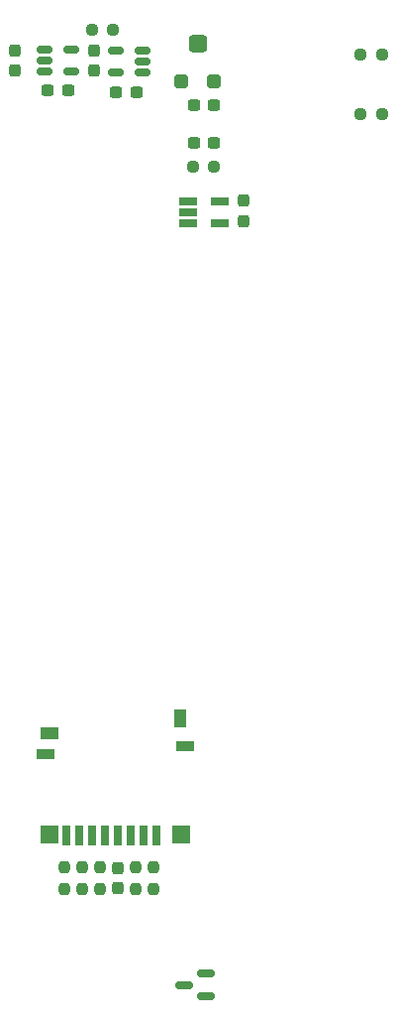
<source format=gtp>
%TF.GenerationSoftware,KiCad,Pcbnew,(6.0.2-0)*%
%TF.CreationDate,2022-05-28T22:41:11-04:00*%
%TF.ProjectId,memory-phone-pcb,6d656d6f-7279-42d7-9068-6f6e652d7063,rev?*%
%TF.SameCoordinates,Original*%
%TF.FileFunction,Paste,Top*%
%TF.FilePolarity,Positive*%
%FSLAX46Y46*%
G04 Gerber Fmt 4.6, Leading zero omitted, Abs format (unit mm)*
G04 Created by KiCad (PCBNEW (6.0.2-0)) date 2022-05-28 22:41:11*
%MOMM*%
%LPD*%
G01*
G04 APERTURE LIST*
G04 Aperture macros list*
%AMRoundRect*
0 Rectangle with rounded corners*
0 $1 Rounding radius*
0 $2 $3 $4 $5 $6 $7 $8 $9 X,Y pos of 4 corners*
0 Add a 4 corners polygon primitive as box body*
4,1,4,$2,$3,$4,$5,$6,$7,$8,$9,$2,$3,0*
0 Add four circle primitives for the rounded corners*
1,1,$1+$1,$2,$3*
1,1,$1+$1,$4,$5*
1,1,$1+$1,$6,$7*
1,1,$1+$1,$8,$9*
0 Add four rect primitives between the rounded corners*
20,1,$1+$1,$2,$3,$4,$5,0*
20,1,$1+$1,$4,$5,$6,$7,0*
20,1,$1+$1,$6,$7,$8,$9,0*
20,1,$1+$1,$8,$9,$2,$3,0*%
G04 Aperture macros list end*
%ADD10RoundRect,0.237500X0.237500X-0.300000X0.237500X0.300000X-0.237500X0.300000X-0.237500X-0.300000X0*%
%ADD11RoundRect,0.237500X0.237500X-0.250000X0.237500X0.250000X-0.237500X0.250000X-0.237500X-0.250000X0*%
%ADD12RoundRect,0.150000X-0.512500X-0.150000X0.512500X-0.150000X0.512500X0.150000X-0.512500X0.150000X0*%
%ADD13RoundRect,0.150000X0.587500X0.150000X-0.587500X0.150000X-0.587500X-0.150000X0.587500X-0.150000X0*%
%ADD14RoundRect,0.237500X0.300000X0.237500X-0.300000X0.237500X-0.300000X-0.237500X0.300000X-0.237500X0*%
%ADD15RoundRect,0.237500X-0.250000X-0.237500X0.250000X-0.237500X0.250000X0.237500X-0.250000X0.237500X0*%
%ADD16RoundRect,0.150000X0.512500X0.150000X-0.512500X0.150000X-0.512500X-0.150000X0.512500X-0.150000X0*%
%ADD17RoundRect,0.237500X0.250000X0.237500X-0.250000X0.237500X-0.250000X-0.237500X0.250000X-0.237500X0*%
%ADD18R,0.762000X1.803400*%
%ADD19R,1.498600X1.498600*%
%ADD20R,1.549400X0.838200*%
%ADD21R,1.549400X1.041400*%
%ADD22R,1.041400X1.549400*%
%ADD23RoundRect,0.300000X-0.300000X-0.300000X0.300000X-0.300000X0.300000X0.300000X-0.300000X0.300000X0*%
%ADD24RoundRect,0.375000X-0.425000X-0.375000X0.425000X-0.375000X0.425000X0.375000X-0.425000X0.375000X0*%
%ADD25RoundRect,0.237500X-0.237500X0.250000X-0.237500X-0.250000X0.237500X-0.250000X0.237500X0.250000X0*%
%ADD26RoundRect,0.237500X-0.300000X-0.237500X0.300000X-0.237500X0.300000X0.237500X-0.300000X0.237500X0*%
%ADD27R,1.560000X0.650000*%
G04 APERTURE END LIST*
D10*
%TO.C,C3*%
X58339289Y-135147789D03*
X58339289Y-133422789D03*
%TD*%
%TO.C,C4*%
X69088000Y-78205500D03*
X69088000Y-76480500D03*
%TD*%
D11*
%TO.C,R2*%
X61387289Y-135197789D03*
X61387289Y-133372789D03*
%TD*%
D12*
%TO.C,U3*%
X52072750Y-63566000D03*
X52072750Y-64516000D03*
X52072750Y-65466000D03*
X54347750Y-65466000D03*
X54347750Y-63566000D03*
%TD*%
D13*
%TO.C,U5*%
X65834500Y-144333000D03*
X65834500Y-142433000D03*
X63959500Y-143383000D03*
%TD*%
D14*
%TO.C,C2*%
X66521500Y-71501000D03*
X64796500Y-71501000D03*
%TD*%
D10*
%TO.C,C6*%
X49527250Y-65378500D03*
X49527250Y-63653500D03*
%TD*%
D15*
%TO.C,R5*%
X64746500Y-73533000D03*
X66571500Y-73533000D03*
%TD*%
D16*
%TO.C,U1*%
X60441000Y-65527000D03*
X60441000Y-64577000D03*
X60441000Y-63627000D03*
X58166000Y-63627000D03*
X58166000Y-65527000D03*
%TD*%
D11*
%TO.C,R3*%
X59863289Y-135197789D03*
X59863289Y-133372789D03*
%TD*%
D17*
%TO.C,R9*%
X80899000Y-69078000D03*
X79074000Y-69078000D03*
%TD*%
D18*
%TO.C,J3*%
X61636001Y-130665990D03*
X60536000Y-130665990D03*
X59436000Y-130665990D03*
X58336000Y-130665990D03*
X57236002Y-130665990D03*
X56136002Y-130665990D03*
X55036001Y-130665990D03*
X53936001Y-130665990D03*
D19*
X52460289Y-130513590D03*
X63710289Y-130513590D03*
D20*
X52130081Y-123688991D03*
X64040497Y-123038990D03*
D21*
X52485605Y-121934989D03*
D22*
X63639583Y-120613991D03*
%TD*%
D23*
%TO.C,RV1*%
X63751000Y-66316000D03*
D24*
X65151000Y-63066000D03*
D23*
X66551000Y-66316000D03*
%TD*%
D25*
%TO.C,R1*%
X56815289Y-133372789D03*
X56815289Y-135197789D03*
%TD*%
D11*
%TO.C,R4*%
X55291289Y-135197789D03*
X55291289Y-133372789D03*
%TD*%
D10*
%TO.C,C8*%
X56258250Y-65378500D03*
X56258250Y-63653500D03*
%TD*%
D14*
%TO.C,C1*%
X66521500Y-68326000D03*
X64796500Y-68326000D03*
%TD*%
D26*
%TO.C,C7*%
X52347750Y-67056000D03*
X54072750Y-67056000D03*
%TD*%
D27*
%TO.C,U2*%
X64309000Y-76520000D03*
X64309000Y-77470000D03*
X64309000Y-78420000D03*
X67009000Y-78420000D03*
X67009000Y-76520000D03*
%TD*%
D14*
%TO.C,C5*%
X59912000Y-67244000D03*
X58187000Y-67244000D03*
%TD*%
D15*
%TO.C,R7*%
X56110500Y-61849000D03*
X57935500Y-61849000D03*
%TD*%
D11*
%TO.C,R6*%
X53767289Y-135197789D03*
X53767289Y-133372789D03*
%TD*%
D17*
%TO.C,R8*%
X80922500Y-64008000D03*
X79097500Y-64008000D03*
%TD*%
M02*

</source>
